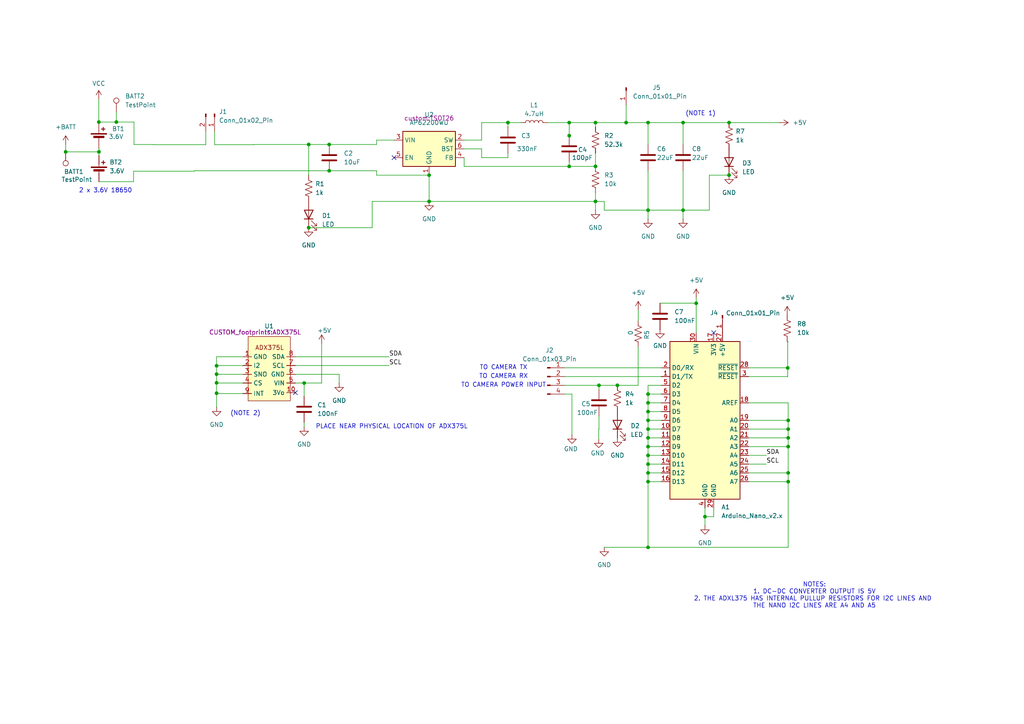
<source format=kicad_sch>
(kicad_sch (version 20231120) (generator "eeschema") (generator_version "8.0")
  (paper "A4")
  (title_block (title "UVR Anduril 2 Camera PCB") (date "2025-02-28") (rev "Rev 2.3") (company "By: Khephren Gould"))
  (lib_symbols
    (symbol "Connector:Conn_01x01_Pin" (pin_names (offset 1.016) hide)
      (property "Reference" "J" (at 0 2.54 0))
      (property "Value" "Conn_01x01_Pin" (at 0 -2.54 0))
      (symbol "Conn_01x01_Pin_1_1"
        (polyline (pts (xy 1.27 0) (xy 0.8636 0)) (stroke (width 0.1524)))
        (rectangle (start 0.8636 0.127) (end 0 -0.127) (stroke (width 0.1524)) (fill (type outline)))
        (pin passive line (at 5.08 0 180) (length 3.81) (name "Pin_1") (number "1"))
      )
    )
    (symbol "Connector:Conn_01x02_Pin" (pin_names (offset 1.016) hide)
      (property "Reference" "J" (at 0 2.54 0))
      (property "Value" "Conn_01x02_Pin" (at 0 -5.08 0))
      (symbol "Conn_01x02_Pin_1_1"
        (polyline (pts (xy 1.27 -2.54) (xy 0.8636 -2.54)) (stroke (width 0.1524)))
        (polyline (pts (xy 1.27 0) (xy 0.8636 0)) (stroke (width 0.1524)))
        (rectangle (start 0.8636 -2.413) (end 0 -2.667) (stroke (width 0.1524)) (fill (type outline)))
        (rectangle (start 0.8636 0.127) (end 0 -0.127) (stroke (width 0.1524)) (fill (type outline)))
        (pin passive line (at 5.08 0 180) (length 3.81) (name "Pin_1") (number "1"))
        (pin passive line (at 5.08 -2.54 180) (length 3.81) (name "Pin_2") (number "2"))
      )
    )
    (symbol "Connector:Conn_01x04_Pin" (pin_names (offset 1.016) hide)
      (property "Reference" "J" (at 0 5.08 0))
      (property "Value" "Conn_01x04_Pin" (at 0 -7.62 0))
      (symbol "Conn_01x04_Pin_1_1"
        (polyline (pts (xy 1.27 -5.08) (xy 0.8636 -5.08)) (stroke (width 0.1524)))
        (polyline (pts (xy 1.27 -2.54) (xy 0.8636 -2.54)) (stroke (width 0.1524)))
        (polyline (pts (xy 1.27 0) (xy 0.8636 0)) (stroke (width 0.1524)))
        (polyline (pts (xy 1.27 2.54) (xy 0.8636 2.54)) (stroke (width 0.1524)))
        (rectangle (start 0.8636 -4.953) (end 0 -5.207) (stroke (width 0.1524)) (fill (type outline)))
        (rectangle (start 0.8636 -2.413) (end 0 -2.667) (stroke (width 0.1524)) (fill (type outline)))
        (rectangle (start 0.8636 0.127) (end 0 -0.127) (stroke (width 0.1524)) (fill (type outline)))
        (rectangle (start 0.8636 2.667) (end 0 2.413) (stroke (width 0.1524)) (fill (type outline)))
        (pin passive line (at 5.08 2.54 180) (length 3.81) (name "Pin_1") (number "1"))
        (pin passive line (at 5.08 0 180) (length 3.81) (name "Pin_2") (number "2"))
        (pin passive line (at 5.08 -2.54 180) (length 3.81) (name "Pin_3") (number "3"))
        (pin passive line (at 5.08 -5.08 180) (length 3.81) (name "Pin_4") (number "4"))
      )
    )
    (symbol "Connector:TestPoint" (pin_numbers hide) (pin_names (offset 0.762) hide)
      (property "Reference" "TP" (at 0 6.858 0))
      (property "Value" "TestPoint" (at 0 5.08 0))
      (symbol "TestPoint_0_1"
        (circle (center 0 3.302) (radius 0.762))
      )
      (symbol "TestPoint_1_1"
        (pin passive line (at 0 0 90) (length 2.54) (name "1") (number "1"))
      )
    )
    (symbol "Device:Battery_Cell" (pin_numbers hide) (pin_names (offset 0) hide)
      (property "Reference" "BT" (at 2.54 2.54 0))
      (property "Value" "Battery_Cell" (at 2.54 0 0))
      (symbol "Battery_Cell_0_1"
        (rectangle (start -2.286 1.778) (end 2.286 1.524) (fill (type outline)))
        (rectangle (start -1.524 1.016) (end 1.524 0.508) (fill (type outline)))
        (polyline (pts (xy 0 0.762) (xy 0 0)))
        (polyline (pts (xy 0 1.778) (xy 0 2.54)))
        (polyline (pts (xy 0.762 3.048) (xy 1.778 3.048)) (stroke (width 0.254)))
        (polyline (pts (xy 1.27 3.556) (xy 1.27 2.54)) (stroke (width 0.254)))
      )
      (symbol "Battery_Cell_1_1"
        (pin passive line (at 0 5.08 270) (length 2.54) (name "+") (number "1"))
        (pin passive line (at 0 -2.54 90) (length 2.54) (name "-") (number "2"))
      )
    )
    (symbol "Device:C" (pin_numbers hide) (pin_names (offset 0.254))
      (property "Reference" "C" (at 0.635 2.54 0))
      (property "Value" "C" (at 0.635 -2.54 0))
      (symbol "C_0_1"
        (polyline (pts (xy -2.032 -0.762) (xy 2.032 -0.762)) (stroke (width 0.508)))
        (polyline (pts (xy -2.032 0.762) (xy 2.032 0.762)) (stroke (width 0.508)))
      )
      (symbol "C_1_1"
        (pin passive line (at 0 3.81 270) (length 2.794) (name "~") (number "1"))
        (pin passive line (at 0 -3.81 90) (length 2.794) (name "~") (number "2"))
      )
    )
    (symbol "Device:L" (pin_numbers hide) (pin_names (offset 1.016) hide)
      (property "Reference" "L" (at -1.27 0 90))
      (property "Value" "L" (at 1.905 0 90))
      (symbol "L_0_1"
        (arc (start 0 -2.54) (mid 0.6323 -1.905) (end 0 -1.27))
        (arc (start 0 -1.27) (mid 0.6323 -0.635) (end 0 0))
        (arc (start 0 0) (mid 0.6323 0.635) (end 0 1.27))
        (arc (start 0 1.27) (mid 0.6323 1.905) (end 0 2.54))
      )
      (symbol "L_1_1"
        (pin passive line (at 0 3.81 270) (length 1.27) (name "1") (number "1"))
        (pin passive line (at 0 -3.81 90) (length 1.27) (name "2") (number "2"))
      )
    )
    (symbol "Device:LED" (pin_numbers hide) (pin_names (offset 1.016) hide)
      (property "Reference" "D" (at 0 2.54 0))
      (property "Value" "LED" (at 0 -2.54 0))
      (symbol "LED_0_1"
        (polyline (pts (xy -1.27 -1.27) (xy -1.27 1.27)) (stroke (width 0.254)))
        (polyline (pts (xy -1.27 0) (xy 1.27 0)))
        (polyline (pts (xy 1.27 -1.27) (xy 1.27 1.27) (xy -1.27 0) (xy 1.27 -1.27)) (stroke (width 0.254)))
        (polyline (pts (xy -3.048 -0.762) (xy -4.572 -2.286) (xy -3.81 -2.286) (xy -4.572 -2.286) (xy -4.572 -1.524)))
        (polyline (pts (xy -1.778 -0.762) (xy -3.302 -2.286) (xy -2.54 -2.286) (xy -3.302 -2.286) (xy -3.302 -1.524)))
      )
      (symbol "LED_1_1"
        (pin passive line (at -3.81 0 0) (length 2.54) (name "K") (number "1"))
        (pin passive line (at 3.81 0 180) (length 2.54) (name "A") (number "2"))
      )
    )
    (symbol "Device:R_US" (pin_numbers hide) (pin_names (offset 0))
      (property "Reference" "R" (at 2.54 0 90))
      (property "Value" "R_US" (at -2.54 0 90))
      (symbol "R_US_0_1"
        (polyline (pts (xy 0 -2.286) (xy 0 -2.54)))
        (polyline (pts (xy 0 2.286) (xy 0 2.54)))
        (polyline (pts (xy 0 -0.762) (xy 1.016 -1.143) (xy 0 -1.524) (xy -1.016 -1.905) (xy 0 -2.286)))
        (polyline (pts (xy 0 0.762) (xy 1.016 0.381) (xy 0 0) (xy -1.016 -0.381) (xy 0 -0.762)))
        (polyline (pts (xy 0 2.286) (xy 1.016 1.905) (xy 0 1.524) (xy -1.016 1.143) (xy 0 0.762)))
      )
      (symbol "R_US_1_1"
        (pin passive line (at 0 3.81 270) (length 1.27) (name "~") (number "1"))
        (pin passive line (at 0 -3.81 90) (length 1.27) (name "~") (number "2"))
      )
    )
    (symbol "GND_1" (power) (pin_numbers hide) (pin_names (offset 0) hide)
      (property "Value" "GND" (at 0 -5.08 0))
      (symbol "GND_1_0_1"
        (polyline (pts (xy 0 0) (xy 0 -1.27) (xy 1.27 -1.27) (xy 0 -2.54) (xy -1.27 -1.27) (xy 0 -1.27)))
      )
      (symbol "GND_1_1_1"
        (pin bidirectional line (at 0 0 270) (length 0) (name "~") (number "1"))
      )
    )
    (symbol "MCU_Module:Arduino_Nano_v2.x"
      (property "Reference" "A1" (at 4.7341 -25.146 0))
      (property "Value" "Arduino_Nano_v2.x" (at 4.7341 -27.686 0))
      (symbol "Arduino_Nano_v2.x_0_1"
        (rectangle (start -10.16 22.86) (end 10.16 -22.86) (stroke (width 0.254)) (fill (type background)))
      )
      (symbol "Arduino_Nano_v2.x_1_1"
        (pin bidirectional line (at -12.7 12.7 0) (length 2.54) (name "D1/TX") (number "1"))
        (pin bidirectional line (at -12.7 -2.54 0) (length 2.54) (name "D7") (number "10"))
        (pin bidirectional line (at -12.7 -5.08 0) (length 2.54) (name "D8") (number "11"))
        (pin bidirectional line (at -12.7 -7.62 0) (length 2.54) (name "D9") (number "12"))
        (pin bidirectional line (at -12.7 -10.16 0) (length 2.54) (name "D10") (number "13"))
        (pin bidirectional line (at -12.7 -12.7 0) (length 2.54) (name "D11") (number "14"))
        (pin bidirectional line (at -12.7 -15.24 0) (length 2.54) (name "D12") (number "15"))
        (pin bidirectional line (at -12.7 -17.78 0) (length 2.54) (name "D13") (number "16"))
        (pin power_out line (at 2.54 25.4 270) (length 2.54) (name "3V3") (number "17"))
        (pin input line (at 12.7 5.08 180) (length 2.54) (name "AREF") (number "18"))
        (pin bidirectional line (at 12.7 0 180) (length 2.54) (name "A0") (number "19"))
        (pin bidirectional line (at -12.7 15.24 0) (length 2.54) (name "D0/RX") (number "2"))
        (pin bidirectional line (at 12.7 -2.54 180) (length 2.54) (name "A1") (number "20"))
        (pin bidirectional line (at 12.7 -5.08 180) (length 2.54) (name "A2") (number "21"))
        (pin bidirectional line (at 12.7 -7.62 180) (length 2.54) (name "A3") (number "22"))
        (pin bidirectional line (at 12.7 -10.16 180) (length 2.54) (name "A4") (number "23"))
        (pin bidirectional line (at 12.7 -12.7 180) (length 2.54) (name "A5") (number "24"))
        (pin bidirectional line (at 12.7 -15.24 180) (length 2.54) (name "A6") (number "25"))
        (pin bidirectional line (at 12.7 -17.78 180) (length 2.54) (name "A7") (number "26"))
        (pin power_out line (at 5.08 25.4 270) (length 2.54) (name "+5V") (number "27"))
        (pin input line (at 12.7 15.24 180) (length 2.54) (name "~{RESET}") (number "28"))
        (pin power_in line (at 2.54 -25.4 90) (length 2.54) (name "GND") (number "29"))
        (pin input line (at 12.7 12.7 180) (length 2.54) (name "~{RESET}") (number "3"))
        (pin bidirectional line (at -2.54 25.4 270) (length 2.54) (name "VIN") (number "30"))
        (pin power_in line (at 0 -25.4 90) (length 2.54) (name "GND") (number "4"))
        (pin bidirectional line (at -12.7 10.16 0) (length 2.54) (name "D2") (number "5"))
        (pin bidirectional line (at -12.7 7.62 0) (length 2.54) (name "D3") (number "6"))
        (pin bidirectional line (at -12.7 5.08 0) (length 2.54) (name "D4") (number "7"))
        (pin bidirectional line (at -12.7 2.54 0) (length 2.54) (name "D5") (number "8"))
        (pin bidirectional line (at -12.7 0 0) (length 2.54) (name "D6") (number "9"))
      )
    )
    (symbol "R_US_1" (pin_numbers hide) (pin_names (offset 0))
      (property "Reference" "R2" (at 2.54 1.2701 0))
      (property "Value" "10k" (at 2.54 -1.2699 0))
      (symbol "R_US_1_0_1"
        (polyline (pts (xy 0 -2.286) (xy 0 -2.54)))
        (polyline (pts (xy 0 2.286) (xy 0 2.54)))
        (polyline (pts (xy 0 -0.762) (xy 1.016 -1.143) (xy 0 -1.524) (xy -1.016 -1.905) (xy 0 -2.286)))
        (polyline (pts (xy 0 0.762) (xy 1.016 0.381) (xy 0 0) (xy -1.016 -0.381) (xy 0 -0.762)))
        (polyline (pts (xy 0 2.286) (xy 1.016 1.905) (xy 0 1.524) (xy -1.016 1.143) (xy 0 0.762)))
      )
      (symbol "R_US_1_1_1"
        (pin passive line (at 0 3.81 270) (length 1.27) (name "~") (number "1"))
        (pin power_out line (at 0 -3.81 90) (length 1.27) (name "~") (number "2"))
      )
    )
    (symbol "Regulator_Switching:AP62250WU"
      (property "Reference" "U2" (at 0 9.906 0))
      (property "Value" "AP62200WU" (at 0 7.62 0))
      (property "Footprint" "custom:TSOT26" (at 0 8.89 0))
      (symbol "AP62250WU_0_1"
        (rectangle (start -7.62 5.08) (end 7.62 -5.08) (stroke (width 0.254)) (fill (type background)))
      )
      (symbol "AP62250WU_1_1"
        (pin bidirectional line (at 0 -7.62 90) (length 2.54) (name "GND") (number "1"))
        (pin output line (at 10.16 2.54 180) (length 2.54) (name "SW") (number "2"))
        (pin bidirectional line (at -10.16 2.54 0) (length 2.54) (name "VIN") (number "3"))
        (pin input line (at 10.16 -2.54 180) (length 2.54) (name "FB") (number "4"))
        (pin passive line (at -10.16 -2.54 0) (length 2.54) (name "EN") (number "5"))
        (pin passive line (at 10.16 0 180) (length 2.54) (name "BST") (number "6"))
      )
    )
    (symbol "Sensor:ADXL375"
      (property "Reference" "U4" (at 0.0127 1.27 0))
      (property "Value" "~" (at 0.0127 0 0))
      (symbol "ADXL375_0_0"
        (pin power_in line (at -7.62 -7.62 0) (length 2.54) (name "GND") (number "1"))
        (pin bidirectional line (at -7.62 -10.16 0) (length 2.54) (name "I2") (number "2"))
        (pin bidirectional line (at -7.62 -12.7 0) (length 2.54) (name "SNO") (number "3"))
        (pin bidirectional line (at -7.62 -15.24 0) (length 2.54) (name "CS") (number "4"))
      )
      (symbol "ADXL375_1_0"
        (pin power_in line (at 7.62 -18.034 180) (length 2.54) (name "3Vo") (number "10"))
        (pin power_in line (at 7.62 -15.24 180) (length 2.54) (name "VIN") (number "5"))
        (pin power_in line (at 7.62 -12.7 180) (length 2.54) (name "GND") (number "6"))
        (pin bidirectional line (at 7.62 -10.16 180) (length 2.54) (name "SCL") (number "7"))
        (pin bidirectional line (at 7.62 -7.62 180) (length 2.54) (name "SDA") (number "8"))
        (pin bidirectional line (at -7.62 -18.288 0) (length 2.54) (name "INT") (number "9"))
      )
      (symbol "ADXL375_1_1"
        (rectangle (start -6.096 -1.778) (end 6.1214 -20.4216) (fill (type background)))
        (text "ADX375L" (at 0.127 -4.953 0) (effects (font (size 1.27 1.27))))
      )
    )
    (symbol "power:+5V" (power) (pin_numbers hide) (pin_names (offset 0) hide)
      (property "Value" "+5V" (at 0 3.556 0))
      (symbol "+5V_0_1"
        (polyline (pts (xy -0.762 1.27) (xy 0 2.54)))
        (polyline (pts (xy 0 0) (xy 0 2.54)))
        (polyline (pts (xy 0 2.54) (xy 0.762 1.27)))
      )
      (symbol "+5V_1_1"
        (pin power_in line (at 0 0 90) (length 0) (name "~") (number "1"))
      )
    )
    (symbol "power:+BATT" (power) (pin_numbers hide) (pin_names (offset 0) hide)
      (property "Value" "+BATT" (at 0 3.556 0))
      (symbol "+BATT_0_1"
        (polyline (pts (xy -0.762 1.27) (xy 0 2.54)))
        (polyline (pts (xy 0 0) (xy 0 2.54)))
        (polyline (pts (xy 0 2.54) (xy 0.762 1.27)))
      )
      (symbol "+BATT_1_1"
        (pin power_in line (at 0 0 90) (length 0) (name "~") (number "1"))
      )
    )
    (symbol "power:GND" (power) (pin_numbers hide) (pin_names (offset 0) hide)
      (property "Value" "GND" (at 0 -3.81 0))
      (symbol "GND_0_1"
        (polyline (pts (xy 0 0) (xy 0 -1.27) (xy 1.27 -1.27) (xy 0 -2.54) (xy -1.27 -1.27) (xy 0 -1.27)))
      )
      (symbol "GND_1_1"
        (pin power_in line (at 0 0 270) (length 0) (name "~") (number "1"))
      )
    )
    (symbol "power:VCC" (power) (pin_numbers hide) (pin_names (offset 0) hide)
      (property "Value" "VCC" (at 0 3.556 0))
      (symbol "VCC_0_1"
        (polyline (pts (xy -0.762 1.27) (xy 0 2.54)))
        (polyline (pts (xy 0 0) (xy 0 2.54)))
        (polyline (pts (xy 0 2.54) (xy 0.762 1.27)))
      )
      (symbol "VCC_1_1"
        (pin power_in line (at 0 0 90) (length 0) (name "~") (number "1"))
      )
    )
  )
  (junction (at 228.6 124.46))
  (junction (at 228.6 137.16))
  (junction (at 187.96 119.38))
  (junction (at 187.96 60.96))
  (junction (at 187.96 134.62))
  (junction (at 165.1 48.26))
  (junction (at 187.96 137.16))
  (junction (at 172.72 35.56))
  (junction (at 187.96 127))
  (junction (at 95.4809 49.53))
  (junction (at 187.96 124.46))
  (junction (at 19.05 44.0508))
  (junction (at 228.473 106.7224))
  (junction (at 33.7541 35.3992))
  (junction (at 62.8142 111.0402))
  (junction (at 62.8142 114.0477))
  (junction (at 187.96 129.54))
  (junction (at 211.455 50.8))
  (junction (at 228.6 121.92))
  (junction (at 173.7281 111.76))
  (junction (at 201.93 87.9576))
  (junction (at 187.96 116.84))
  (junction (at 187.96 35.56))
  (junction (at 124.46 58.42))
  (junction (at 187.96 139.7))
  (junction (at 88.2142 111.0996))
  (junction (at 187.96 121.92))
  (junction (at 228.6 129.54))
  (junction (at 28.6677 35.3992))
  (junction (at 187.96 114.3))
  (junction (at 179.07 111.76))
  (junction (at 187.96 158.75))
  (junction (at 172.72 48.26))
  (junction (at 89.535 41.91))
  (junction (at 62.8142 106.0968))
  (junction (at 28.702 44.0508))
  (junction (at 95.4809 41.91))
  (junction (at 198.12 35.56))
  (junction (at 228.6 127))
  (junction (at 89.535 66.04))
  (junction (at 228.6 139.7))
  (junction (at 62.8142 108.5167))
  (junction (at 211.455 35.56))
  (junction (at 172.72 58.42))
  (junction (at 187.96 132.08))
  (junction (at 198.12 60.96))
  (junction (at 165.1 39.3657))
  (junction (at 124.46 50.8))
  (junction (at 204.47 149.86))
  (junction (at 165.1 35.56))
  (junction (at 147.32 35.56))
  (junction (at 181.61 35.56))
  (no_connect (at 114.3 45.72))
  (no_connect (at 85.6742 113.8936))
  (no_connect (at 207.01 96.52))
  (wire (pts (xy 88.2142 122.5296) (xy 88.2142 123.7996)))
  (wire (pts (xy 185.1152 92.9894) (xy 185.0898 93.0148)))
  (wire (pts (xy 217.17 137.16) (xy 228.6 137.16)))
  (wire (pts (xy 163.83 111.76) (xy 173.7281 111.76)))
  (wire (pts (xy 139.7 35.56) (xy 139.7 40.64)))
  (wire (pts (xy 187.96 127) (xy 187.96 129.54)))
  (wire (pts (xy 173.7281 120.65) (xy 173.7281 124.46)))
  (wire (pts (xy 33.7477 32.4782) (xy 33.7477 35.3928)))
  (wire (pts (xy 62.8736 111.0996) (xy 62.8142 111.0402)))
  (wire (pts (xy 228.6 116.84) (xy 228.6 121.92)))
  (wire (pts (xy 89.535 66.04) (xy 107.95 66.04)))
  (wire (pts (xy 217.17 134.62) (xy 222.25 134.62)))
  (wire (pts (xy 187.96 134.62) (xy 187.96 137.16)))
  (wire (pts (xy 165.8906 114.3) (xy 165.8906 126.0869)))
  (wire (pts (xy 33.7541 35.3992) (xy 38.862 35.3992)))
  (wire (pts (xy 165.1 39.3657) (xy 165.1 39.37)))
  (wire (pts (xy 172.72 55.88) (xy 172.72 58.42)))
  (wire (pts (xy 95.4809 41.91) (xy 109.22 41.91)))
  (wire (pts (xy 181.61 30.48) (xy 181.61 35.56)))
  (wire (pts (xy 175.26 58.42) (xy 172.72 58.42)))
  (wire (pts (xy 98.3742 108.5596) (xy 98.3742 111.0996)))
  (wire (pts (xy 28.6677 43.0192) (xy 28.702 43.0192)))
  (wire (pts (xy 173.7281 111.76) (xy 179.07 111.76)))
  (wire (pts (xy 198.12 60.96) (xy 198.12 63.5)))
  (wire (pts (xy 187.96 119.38) (xy 191.77 119.38)))
  (wire (pts (xy 217.17 106.68) (xy 228.4306 106.68)))
  (wire (pts (xy 187.96 116.84) (xy 191.77 116.84)))
  (wire (pts (xy 187.96 139.7) (xy 187.96 158.75)))
  (wire (pts (xy 204.47 147.32) (xy 204.47 149.86)))
  (wire (pts (xy 28.702 45.085) (xy 28.702 44.0508)))
  (wire (pts (xy 163.83 114.3) (xy 165.8906 114.3)))
  (wire (pts (xy 228.6 137.16) (xy 228.6 139.7)))
  (wire (pts (xy 187.96 35.56) (xy 198.12 35.56)))
  (wire (pts (xy 228.473 109.2454) (xy 228.473 106.7224)))
  (wire (pts (xy 185.0898 100.6348) (xy 185.0898 111.76)))
  (wire (pts (xy 217.17 116.84) (xy 228.6 116.84)))
  (wire (pts (xy 28.702 44.0508) (xy 28.702 43.0192)))
  (wire (pts (xy 112.7506 103.4796) (xy 112.8268 103.5558)))
  (wire (pts (xy 228.6 158.75) (xy 187.96 158.75)))
  (wire (pts (xy 124.46 50.8) (xy 124.46 58.42)))
  (wire (pts (xy 93.2942 99.6696) (xy 93.2942 111.0996)))
  (wire (pts (xy 187.96 49.53) (xy 187.96 60.96)))
  (wire (pts (xy 187.96 124.46) (xy 191.77 124.46)))
  (wire (pts (xy 201.9072 87.9348) (xy 201.93 87.9576)))
  (wire (pts (xy 228.3206 99.0346) (xy 228.3714 99.0346)))
  (wire (pts (xy 139.7 35.56) (xy 147.32 35.56)))
  (wire (pts (xy 134.62 43.18) (xy 139.7 43.18)))
  (wire (pts (xy 217.17 139.7) (xy 228.6 139.7)))
  (wire (pts (xy 158.75 35.56) (xy 165.1 35.56)))
  (wire (pts (xy 70.4342 111.0996) (xy 62.8736 111.0996)))
  (wire (pts (xy 70.4342 106.0196) (xy 62.8914 106.0196)))
  (wire (pts (xy 62.8914 106.0196) (xy 62.8142 106.0968)))
  (wire (pts (xy 198.12 49.53) (xy 198.12 60.96)))
  (wire (pts (xy 187.96 137.16) (xy 191.77 137.16)))
  (wire (pts (xy 62.8142 103.4796) (xy 62.8142 106.0968)))
  (wire (pts (xy 187.96 137.16) (xy 187.96 139.7)))
  (wire (pts (xy 187.96 139.7) (xy 191.77 139.7)))
  (wire (pts (xy 28.649 28.797) (xy 28.649 35.3992)))
  (wire (pts (xy 124.46 58.42) (xy 107.95 58.42)))
  (wire (pts (xy 211.455 50.8) (xy 205.74 50.8)))
  (wire (pts (xy 205.74 60.96) (xy 198.12 60.96)))
  (wire (pts (xy 217.17 129.54) (xy 228.6 129.54)))
  (wire (pts (xy 201.93 87.9576) (xy 201.93 96.52)))
  (wire (pts (xy 187.96 116.84) (xy 187.96 119.38)))
  (wire (pts (xy 139.7 43.18) (xy 139.7 45.72)))
  (wire (pts (xy 201.93 86.36) (xy 201.93 87.9576)))
  (wire (pts (xy 38.862 35.3992) (xy 38.862 41.91)))
  (wire (pts (xy 134.62 40.64) (xy 139.7 40.64)))
  (wire (pts (xy 134.62 48.26) (xy 165.1 48.26)))
  (wire (pts (xy 28.6677 35.3992) (xy 28.649 35.3992)))
  (wire (pts (xy 85.6742 103.4796) (xy 112.7506 103.4796)))
  (wire (pts (xy 112.7506 106.0196) (xy 112.8268 106.0958)))
  (wire (pts (xy 175.26 60.96) (xy 175.26 58.42)))
  (wire (pts (xy 187.96 124.46) (xy 187.96 127)))
  (wire (pts (xy 89.535 41.91) (xy 89.535 50.8)))
  (wire (pts (xy 228.4306 106.68) (xy 228.473 106.7224)))
  (wire (pts (xy 147.32 35.56) (xy 151.13 35.56)))
  (wire (pts (xy 33.7477 35.3928) (xy 33.7541 35.3992)))
  (wire (pts (xy 204.47 149.86) (xy 204.47 152.4)))
  (wire (pts (xy 228.473 99.187) (xy 228.6254 99.1362)))
  (wire (pts (xy 187.96 60.96) (xy 187.96 63.5)))
  (wire (pts (xy 187.96 60.96) (xy 175.26 60.96)))
  (wire (pts (xy 187.96 60.96) (xy 198.12 60.96)))
  (wire (pts (xy 19.05 44.0508) (xy 28.702 44.0508)))
  (wire (pts (xy 109.22 49.53) (xy 109.22 50.8)))
  (wire (pts (xy 56.3589 49.657) (xy 56.3589 49.53)))
  (wire (pts (xy 191.4398 87.9348) (xy 201.9072 87.9348)))
  (wire (pts (xy 187.96 114.3) (xy 191.77 114.3)))
  (wire (pts (xy 38.735 49.657) (xy 56.3589 49.657)))
  (wire (pts (xy 187.96 129.54) (xy 187.96 132.08)))
  (wire (pts (xy 38.862 41.91) (xy 44.4754 41.91)))
  (wire (pts (xy 175.26 158.75) (xy 187.96 158.75)))
  (wire (pts (xy 165.1 35.56) (xy 172.72 35.56)))
  (wire (pts (xy 217.17 127) (xy 228.6 127)))
  (wire (pts (xy 187.96 127) (xy 191.77 127)))
  (wire (pts (xy 217.17 121.92) (xy 228.6 121.92)))
  (wire (pts (xy 88.2142 111.0996) (xy 93.2942 111.0996)))
  (wire (pts (xy 109.22 40.64) (xy 114.3 40.64)))
  (wire (pts (xy 173.6598 124.46) (xy 173.7281 124.46)))
  (wire (pts (xy 165.1 48.26) (xy 172.72 48.26)))
  (wire (pts (xy 198.12 35.56) (xy 198.12 41.91)))
  (wire (pts (xy 163.83 106.68) (xy 191.77 106.68)))
  (wire (pts (xy 139.7 45.72) (xy 147.32 45.72)))
  (wire (pts (xy 28.702 52.705) (xy 38.735 52.705)))
  (wire (pts (xy 187.96 129.54) (xy 191.77 129.54)))
  (wire (pts (xy 85.6742 106.0196) (xy 112.7506 106.0196)))
  (wire (pts (xy 59.69 38.1) (xy 59.69 41.9608)))
  (wire (pts (xy 187.96 121.92) (xy 187.96 124.46)))
  (wire (pts (xy 109.22 50.8) (xy 124.46 50.8)))
  (wire (pts (xy 95.4809 41.91) (xy 95.5113 41.9404)))
  (wire (pts (xy 228.4476 109.22) (xy 228.473 109.2454)))
  (wire (pts (xy 181.61 35.56) (xy 187.96 35.56)))
  (wire (pts (xy 85.6742 108.5596) (xy 98.3742 108.5596)))
  (wire (pts (xy 205.74 50.8) (xy 205.74 60.96)))
  (wire (pts (xy 217.17 109.22) (xy 228.4476 109.22)))
  (wire (pts (xy 172.72 35.56) (xy 181.61 35.56)))
  (wire (pts (xy 62.8571 108.5596) (xy 62.8142 108.5167)))
  (wire (pts (xy 38.735 52.705) (xy 38.735 49.657)))
  (wire (pts (xy 85.6742 111.0996) (xy 88.2142 111.0996)))
  (wire (pts (xy 217.17 132.08) (xy 222.25 132.08)))
  (wire (pts (xy 228.4222 99.1362) (xy 228.3714 99.0346)))
  (wire (pts (xy 228.473 106.7224) (xy 228.473 99.187)))
  (wire (pts (xy 70.4342 114.1476) (xy 62.9141 114.1476)))
  (wire (pts (xy 173.7281 111.76) (xy 173.7281 113.03)))
  (wire (pts (xy 191.77 111.76) (xy 187.96 111.76)))
  (wire (pts (xy 147.32 44.45) (xy 147.32 45.72)))
  (wire (pts (xy 147.32 35.56) (xy 147.32 36.83)))
  (wire (pts (xy 95.4809 49.53) (xy 109.22 49.53)))
  (wire (pts (xy 88.2142 111.0996) (xy 88.2142 114.9096)))
  (wire (pts (xy 62.8142 114.0477) (xy 62.8142 118.0592)))
  (wire (pts (xy 134.62 45.72) (xy 134.62 48.26)))
  (wire (pts (xy 165.1 46.9857) (xy 165.1 48.26)))
  (wire (pts (xy 62.23 41.9608) (xy 73.6092 41.9608)))
  (wire (pts (xy 62.9141 114.1476) (xy 62.8142 114.0477)))
  (wire (pts (xy 187.96 111.76) (xy 187.96 114.3)))
  (wire (pts (xy 56.3589 49.53) (xy 95.4809 49.53)))
  (wire (pts (xy 228.6 121.92) (xy 228.6 124.46)))
  (wire (pts (xy 89.535 41.91) (xy 95.4809 41.91)))
  (wire (pts (xy 228.6 139.7) (xy 228.6 158.75)))
  (wire (pts (xy 217.17 124.46) (xy 228.6 124.46)))
  (wire (pts (xy 198.12 35.56) (xy 211.455 35.56)))
  (wire (pts (xy 107.95 58.42) (xy 107.95 66.04)))
  (wire (pts (xy 207.01 147.32) (xy 207.01 149.86)))
  (wire (pts (xy 95.4809 49.53) (xy 95.5113 49.5604)))
  (wire (pts (xy 185.0898 111.76) (xy 179.07 111.76)))
  (wire (pts (xy 228.6254 99.1362) (xy 228.4222 99.1362)))
  (wire (pts (xy 62.8142 106.0968) (xy 62.8142 108.5167)))
  (wire (pts (xy 187.96 134.62) (xy 191.77 134.62)))
  (wire (pts (xy 187.96 132.08) (xy 187.96 134.62)))
  (wire (pts (xy 228.6 127) (xy 228.6 129.54)))
  (wire (pts (xy 28.6677 35.3992) (xy 33.7541 35.3992)))
  (wire (pts (xy 204.47 149.86) (xy 207.01 149.86)))
  (wire (pts (xy 187.96 121.92) (xy 191.77 121.92)))
  (wire (pts (xy 228.6 129.54) (xy 228.6 137.16)))
  (wire (pts (xy 187.96 114.3) (xy 187.96 116.84)))
  (wire (pts (xy 185.1152 89.9668) (xy 185.1152 92.9894)))
  (wire (pts (xy 70.4342 108.5596) (xy 62.8571 108.5596)))
  (wire (pts (xy 124.46 58.42) (xy 172.72 58.42)))
  (wire (pts (xy 211.455 35.56) (xy 226.06 35.56)))
  (wire (pts (xy 62.23 38.1) (xy 62.23 41.9608)))
  (wire (pts (xy 44.4754 41.91) (xy 44.5262 41.9608)))
  (wire (pts (xy 109.22 40.64) (xy 109.22 41.91)))
  (wire (pts (xy 187.96 132.08) (xy 191.77 132.08)))
  (wire (pts (xy 187.96 119.38) (xy 187.96 121.92)))
  (wire (pts (xy 73.66 41.91) (xy 89.535 41.91)))
  (wire (pts (xy 59.69 41.9608) (xy 44.5262 41.9608)))
  (wire (pts (xy 165.1 35.56) (xy 165.1 39.3657)))
  (wire (pts (xy 19.05 41.91) (xy 19.05 44.0508)))
  (wire (pts (xy 173.6598 127.3048) (xy 173.6598 124.46)))
  (wire (pts (xy 228.6 124.46) (xy 228.6 127)))
  (wire (pts (xy 172.72 44.45) (xy 172.72 48.26)))
  (wire (pts (xy 172.72 35.56) (xy 172.72 36.83)))
  (wire (pts (xy 62.8142 103.4796) (xy 70.4342 103.4796)))
  (wire (pts (xy 187.96 35.56) (xy 187.96 41.91)))
  (wire (pts (xy 73.6092 41.9608) (xy 73.66 41.91)))
  (wire (pts (xy 62.8142 108.5167) (xy 62.8142 111.0402)))
  (wire (pts (xy 163.83 109.22) (xy 191.77 109.22)))
  (wire (pts (xy 62.8142 118.0592) (xy 62.8396 118.0846)))
  (wire (pts (xy 172.72 58.42) (xy 172.72 60.96)))
  (wire (pts (xy 62.8142 111.0402) (xy 62.8142 114.0477)))
  (text "NOTES:\n1. DC-DC CONVERTER OUTPUT IS 5V\n2. THE ADXL375 HAS INTERNAL PULLUP RESISTORS FOR I2C LINES AND \nTHE NANO I2C LINES ARE A4 AND A5" (at 236.22 172.72 0) (effects (font (size 1.27 1.27))))
  (text "TO CAMERA POWER INPUT" (at 146.05 111.76 0) (effects (font (size 1.27 1.27))))
  (text "2 x 3.6V 18650" (at 30.607 55.372 0) (effects (font (size 1.27 1.27))))
  (text "PLACE NEAR PHYSICAL LOCATION OF ADX375L" (at 113.6142 123.7996 0) (effects (font (size 1.27 1.27))))
  (text "TO CAMERA RX" (at 146.05 109.22 0) (effects (font (size 1.27 1.27))))
  (text "TO CAMERA TX" (at 146.05 106.68 0) (effects (font (size 1.27 1.27))))
  (text "(NOTE 2)" (at 71.1962 119.9896 0) (effects (font (size 1.27 1.27))))
  (text "(NOTE 1)" (at 203.2 33.02 0) (effects (font (size 1.27 1.27))))
  (label "SCL" (at 112.8268 106.0958 0))
  (label "SCL" (at 222.25 134.62 0))
  (label "SDA" (at 112.8268 103.5558 0))
  (label "SDA" (at 222.25 132.08 0))
  (symbol (lib_id "Device:C") (at 165.1 43.1757 0) (unit 1)
    (property "Reference" "C4" (at 167.64 43.434 0) (effects (justify left)))
    (property "Value" "100pF" (at 165.862 45.72 0) (effects (justify left)))
    (property "Footprint" "Capacitor_SMD:C_0603_1608Metric_Pad1.08x0.95mm_HandSolder" (effects (hide yes)))
    (property "Description" "Unpolarized capacitor" (effects (hide yes)))
  )
  (symbol (lib_id "power:GND") (at 175.26 158.75 0) (unit 1)
    (property "Reference" "#PWR014" (effects (hide yes)))
    (property "Value" "GND" (at 175.26 163.83 0))
    (property "Description" "Power symbol creates a global label with name \"GND\" , ground" (effects (hide yes)))
  )
  (symbol (lib_id "Device:R_US") (at 185.0898 96.8248 0) (unit 1)
    (property "Reference" "R5" (at 187.6044 98.4758 90) (effects (justify left)))
    (property "Value" "0" (at 182.88 97.2312 90) (effects (justify left)))
    (property "Footprint" "Resistor_SMD:R_0402_1005Metric_Pad0.72x0.64mm_HandSolder" (effects (hide yes)))
    (property "Description" "Resistor, US symbol" (effects (hide yes)))
  )
  (symbol (lib_id "power:GND") (at 172.72 60.96 0) (unit 1)
    (property "Reference" "#PWR010" (effects (hide yes)))
    (property "Value" "GND" (at 172.72 66.04 0))
    (property "Description" "Power symbol creates a global label with name \"GND\" , ground" (effects (hide yes)))
  )
  (symbol (lib_id "MCU_Module:Arduino_Nano_v2.x") (at 204.47 121.92 0) (unit 1)
    (property "Reference" "A1" (at 209.2041 147.066 0) (effects (justify left)))
    (property "Value" "Arduino_Nano_v2.x" (at 209.2041 149.606 0) (effects (justify left)))
    (property "Footprint" "Module:Arduino_Nano" (effects (hide yes)))
    (property "Datasheet" "https://www.arduino.cc/en/uploads/Main/ArduinoNanoManual23.pdf" (effects (hide yes)))
    (property "Description" "Arduino Nano v2.x" (effects (hide yes)))
  )
  (symbol (lib_id "Device:C") (at 95.5113 45.7504 0) (unit 1)
    (property "Reference" "C2" (at 99.695 44.4803 0) (effects (justify left)))
    (property "Value" "10uF" (at 99.695 47.0203 0) (effects (justify left)))
    (property "Footprint" "Capacitor_SMD:C_0805_2012Metric_Pad1.18x1.45mm_HandSolder" (effects (hide yes)))
    (property "Description" "Unpolarized capacitor" (effects (hide yes)))
  )
  (symbol (lib_id "Connector:TestPoint") (at 19.05 44.0508 180) (unit 1)
    (property "Reference" "BATT1" (at 18.542 49.784 0) (effects (justify right)))
    (property "Value" "TestPoint" (at 17.78 52.07 0) (effects (justify right)))
    (property "Footprint" "TestPoint:TestPoint_Pad_D2.0mm" (effects (hide yes)))
    (property "Description" "test point" (effects (hide yes)))
  )
  (symbol (lib_id "Device:C") (at 198.12 45.72 0) (unit 1)
    (property "Reference" "C8" (at 200.66 43.18 0) (effects (justify left)))
    (property "Value" "22uF" (at 200.66 45.72 0) (effects (justify left)))
    (property "Footprint" "Capacitor_SMD:C_0402_1005Metric_Pad0.74x0.62mm_HandSolder" (effects (hide yes)))
    (property "Description" "Unpolarized capacitor" (effects (hide yes)))
  )
  (symbol (lib_name "R_US_1") (lib_id "Device:R_US") (at 172.72 52.07 0) (unit 1)
    (property "Reference" "R3" (at 175.26 50.7999 0) (effects (justify left)))
    (property "Value" "10k" (at 175.26 53.3399 0) (effects (justify left)))
    (property "Footprint" "Resistor_SMD:R_0603_1608Metric_Pad0.98x0.95mm_HandSolder" (effects (hide yes)))
    (property "Description" "Resistor, US symbol" (effects (hide yes)))
  )
  (symbol (lib_id "power:+5V") (at 226.06 35.56 270) (unit 1)
    (property "Reference" "#PWR023" (effects (hide yes)))
    (property "Value" "+5V" (at 229.87 35.5599 90) (effects (justify left)))
    (property "Description" "Power symbol creates a global label with name \"+5V\"" (effects (hide yes)))
  )
  (symbol (lib_id "Device:C") (at 191.4398 91.7448 180) (unit 1)
    (property "Reference" "C7" (at 195.58 90.4747 0) (effects (justify right)))
    (property "Value" "100nF" (at 195.58 93.0147 0) (effects (justify right)))
    (property "Footprint" "Capacitor_SMD:C_0402_1005Metric_Pad0.74x0.62mm_HandSolder" (effects (hide yes)))
    (property "Description" "Unpolarized capacitor" (effects (hide yes)))
  )
  (symbol (lib_id "Regulator_Switching:AP62250WU") (at 124.46 43.18 0) (unit 1)
    (property "Reference" "U2" (at 124.46 33.274 0))
    (property "Value" "AP62200WU" (at 124.46 35.56 0))
    (property "Footprint" "custom:TSOT26" (at 124.46 34.29 0))
    (property "Datasheet" "https://www.diodes.com/assets/Datasheets/AP62250.pdf" (effects (hide yes)))
    (property "Description" "2.5A, 1.3MHz Buck DC/DC Converter, 4.2V-18V input voltage, 0.8V-7V adjustable output voltage, TSOT-23-6" (effects (hide yes)))
  )
  (symbol (lib_id "power:+BATT") (at 19.05 41.91 0) (unit 1)
    (property "Reference" "#PWR01" (effects (hide yes)))
    (property "Value" "+BATT" (at 19.05 36.83 0))
    (property "Description" "Power symbol creates a global label with name \"+BATT\"" (effects (hide yes)))
  )
  (symbol (lib_id "power:GND") (at 62.8396 118.0846 0) (unit 1)
    (property "Reference" "#PWR03" (effects (hide yes)))
    (property "Value" "GND" (at 62.8396 123.1646 0))
    (property "Description" "Power symbol creates a global label with name \"GND\" , ground" (effects (hide yes)))
  )
  (symbol (lib_id "Device:Battery_Cell") (at 28.6677 40.4792 0) (unit 1)
    (property "Reference" "BT1" (at 32.4777 37.3676 0) (effects (justify left)))
    (property "Value" "3.6V" (at 31.496 39.624 0) (effects (justify left)))
    (property "Footprint" "CUSTOM_footprints:BatteryClip_Keystone_54_D16-19mm" (effects (hide yes)))
    (property "Description" "Single-cell battery" (effects (hide yes)))
  )
  (symbol (lib_id "power:GND") (at 198.12 63.5 0) (unit 1)
    (property "Reference" "#PWR018" (effects (hide yes)))
    (property "Value" "GND" (at 198.12 68.58 0))
    (property "Description" "Power symbol creates a global label with name \"GND\" , ground" (effects (hide yes)))
  )
  (symbol (lib_id "Device:C") (at 173.7281 116.84 0) (unit 1)
    (property "Reference" "C5" (at 168.5798 117.1448 0) (effects (justify left)))
    (property "Value" "100nF" (at 167.3098 119.6848 0) (effects (justify left)))
    (property "Footprint" "Capacitor_SMD:C_0402_1005Metric_Pad0.74x0.62mm_HandSolder" (effects (hide yes)))
    (property "Description" "Unpolarized capacitor" (effects (hide yes)))
  )
  (symbol (lib_id "power:GND") (at 191.4398 95.5548 0) (unit 1)
    (property "Reference" "#PWR016" (effects (hide yes)))
    (property "Value" "GND" (at 191.4398 100.2792 0))
    (property "Description" "Power symbol creates a global label with name \"GND\" , ground" (effects (hide yes)))
  )
  (symbol (lib_id "Device:R_US") (at 172.72 40.64 0) (unit 1)
    (property "Reference" "R2" (at 175.26 39.3699 0) (effects (justify left)))
    (property "Value" "52.3k" (at 175.26 41.9099 0) (effects (justify left)))
    (property "Footprint" "Resistor_SMD:R_0402_1005Metric_Pad0.72x0.64mm_HandSolder" (effects (hide yes)))
    (property "Description" "Resistor, US symbol" (effects (hide yes)))
  )
  (symbol (lib_name "GND_1") (lib_id "power:GND") (at 124.46 58.42 0) (unit 1)
    (property "Reference" "#PWR08" (effects (hide yes)))
    (property "Value" "GND" (at 124.46 63.5 0))
    (property "Description" "Power symbol creates a global label with name \"GND\" , ground" (effects (hide yes)))
  )
  (symbol (lib_id "Device:LED") (at 179.07 123.19 90) (unit 1)
    (property "Reference" "D2" (at 182.88 123.5074 90) (effects (justify right)))
    (property "Value" "LED" (at 182.88 126.0474 90) (effects (justify right)))
    (property "Footprint" "LED_SMD:LED_0603_1608Metric_Pad1.05x0.95mm_HandSolder" (effects (hide yes)))
    (property "Description" "Light emitting diode" (effects (hide yes)))
  )
  (symbol (lib_id "Device:LED") (at 211.455 46.99 90) (unit 1)
    (property "Reference" "D3" (at 215.265 47.3074 90) (effects (justify right)))
    (property "Value" "LED" (at 215.265 49.8474 90) (effects (justify right)))
    (property "Footprint" "LED_SMD:LED_0603_1608Metric_Pad1.05x0.95mm_HandSolder" (effects (hide yes)))
    (property "Description" "Light emitting diode" (effects (hide yes)))
  )
  (symbol (lib_name "GND_1") (lib_id "power:GND") (at 211.455 50.8 0) (unit 1)
    (property "Reference" "#PWR022" (effects (hide yes)))
    (property "Value" "GND" (at 211.455 55.88 0))
    (property "Description" "Power symbol creates a global label with name \"GND\" , ground" (effects (hide yes)))
  )
  (symbol (lib_id "Connector:TestPoint") (at 33.7477 32.4782 0) (unit 1)
    (property "Reference" "BATT2" (at 36.2877 27.9061 0) (effects (justify left)))
    (property "Value" "TestPoint" (at 36.2877 30.4461 0) (effects (justify left)))
    (property "Footprint" "TestPoint:TestPoint_Pad_D2.0mm" (effects (hide yes)))
    (property "Description" "test point" (effects (hide yes)))
  )
  (symbol (lib_id "Connector:Conn_01x01_Pin") (at 209.55 91.44 270) (unit 1)
    (property "Reference" "J4" (at 205.9178 90.7288 90) (effects (justify left)))
    (property "Value" "Conn_01x01_Pin" (at 210.5406 90.805 90) (effects (justify left)))
    (property "Footprint" "custom:mouonting_hole" (effects (hide yes)))
    (property "Description" "Generic connector, single row, 01x01, script generated" (effects (hide yes)))
  )
  (symbol (lib_name "R_US_1") (lib_id "Device:R_US") (at 89.535 54.61 0) (unit 1)
    (property "Reference" "R1" (at 91.44 53.3399 0) (effects (justify left)))
    (property "Value" "1k" (at 91.44 55.8799 0) (effects (justify left)))
    (property "Footprint" "Resistor_SMD:R_0402_1005Metric_Pad0.72x0.64mm_HandSolder" (effects (hide yes)))
    (property "Description" "Resistor, US symbol" (effects (hide yes)))
  )
  (symbol (lib_id "power:VCC") (at 28.649 28.797 0) (unit 1)
    (property "Reference" "#PWR02" (effects (hide yes)))
    (property "Value" "VCC" (at 28.649 24.2174 0))
    (property "Description" "Power symbol creates a global label with name \"VCC\"" (effects (hide yes)))
  )
  (symbol (lib_id "power:GND") (at 187.96 63.5 0) (unit 1)
    (property "Reference" "#PWR015" (effects (hide yes)))
    (property "Value" "GND" (at 187.96 68.58 0))
    (property "Description" "Power symbol creates a global label with name \"GND\" , ground" (effects (hide yes)))
  )
  (symbol (lib_id "power:+5V") (at 93.2942 99.6696 0) (unit 1)
    (property "Reference" "#PWR06" (effects (hide yes)))
    (property "Value" "+5V" (at 94.0562 95.8596 0))
    (property "Description" "Power symbol creates a global label with name \"+5V\"" (effects (hide yes)))
  )
  (symbol (lib_id "Device:C") (at 187.96 45.72 0) (unit 1)
    (property "Reference" "C6" (at 190.5 43.18 0) (effects (justify left)))
    (property "Value" "22uF" (at 190.5 45.72 0) (effects (justify left)))
    (property "Footprint" "Capacitor_SMD:C_0402_1005Metric_Pad0.74x0.62mm_HandSolder" (effects (hide yes)))
    (property "Description" "Unpolarized capacitor" (effects (hide yes)))
  )
  (symbol (lib_id "power:GND") (at 204.47 152.4 0) (unit 1)
    (property "Reference" "#PWR020" (effects (hide yes)))
    (property "Value" "GND" (at 204.47 157.48 0))
    (property "Description" "Power symbol creates a global label with name \"GND\" , ground" (effects (hide yes)))
  )
  (symbol (lib_id "Device:Battery_Cell") (at 28.702 50.165 0) (unit 1)
    (property "Reference" "BT2" (at 31.75 47.0534 0) (effects (justify left)))
    (property "Value" "3.6V" (at 31.75 49.5934 0) (effects (justify left)))
    (property "Footprint" "CUSTOM_footprints:BatteryClip_Keystone_54_D16-19mm" (effects (hide yes)))
    (property "Description" "Single-cell battery" (effects (hide yes)))
  )
  (symbol (lib_id "Connector:Conn_01x01_Pin") (at 181.61 25.4 270) (unit 1)
    (property "Reference" "J5" (at 189.23 25.4 90) (effects (justify left)))
    (property "Value" "Conn_01x01_Pin" (at 183.515 27.94 90) (effects (justify left)))
    (property "Footprint" "Connector_PinHeader_1.00mm:PinHeader_1x01_P1.00mm_Vertical" (effects (hide yes)))
    (property "Description" "Generic connector, single row, 01x01, script generated" (effects (hide yes)))
  )
  (symbol (lib_id "Connector:Conn_01x02_Pin") (at 62.23 33.02 270) (unit 1)
    (property "Reference" "J1" (at 63.5 32.3849 90) (effects (justify left)))
    (property "Value" "Conn_01x02_Pin" (at 63.5 34.9249 90) (effects (justify left)))
    (property "Footprint" "Connector_JST:JST_XH_B2B-XH-A_1x02_P2.50mm_Vertical" (effects (hide yes)))
    (property "Description" "Generic connector, single row, 01x02, script generated" (effects (hide yes)))
  )
  (symbol (lib_name "R_US_1") (lib_id "Device:R_US") (at 228.3206 95.2246 0) (unit 1)
    (property "Reference" "R8" (at 231.14 93.9545 0) (effects (justify left)))
    (property "Value" "10k" (at 231.14 96.4945 0) (effects (justify left)))
    (property "Footprint" "Resistor_SMD:R_0603_1608Metric_Pad0.98x0.95mm_HandSolder" (effects (hide yes)))
    (property "Description" "Resistor, US symbol" (effects (hide yes)))
  )
  (symbol (lib_id "power:GND") (at 88.2142 123.7996 0) (unit 1)
    (property "Reference" "#PWR04" (effects (hide yes)))
    (property "Value" "GND" (at 88.2142 128.8796 0))
    (property "Description" "Power symbol creates a global label with name \"GND\" , ground" (effects (hide yes)))
  )
  (symbol (lib_name "R_US_1") (lib_id "Device:R_US") (at 179.07 115.57 0) (unit 1)
    (property "Reference" "R4" (at 181.2798 114.2999 0) (effects (justify left)))
    (property "Value" "1k" (at 181.2798 116.8399 0) (effects (justify left)))
    (property "Footprint" "Resistor_SMD:R_0402_1005Metric_Pad0.72x0.64mm_HandSolder" (effects (hide yes)))
    (property "Description" "Resistor, US symbol" (effects (hide yes)))
  )
  (symbol (lib_id "Device:C") (at 147.32 40.64 0) (unit 1)
    (property "Reference" "C3" (at 151.13 39.3699 0) (effects (justify left)))
    (property "Value" "330nF" (at 149.86 43.18 0) (effects (justify left)))
    (property "Footprint" "Capacitor_SMD:C_0805_2012Metric_Pad1.18x1.45mm_HandSolder" (effects (hide yes)))
    (property "Description" "Unpolarized capacitor" (effects (hide yes)))
  )
  (symbol (lib_id "power:+5V") (at 185.1152 89.9668 0) (unit 1)
    (property "Reference" "#PWR013" (effects (hide yes)))
    (property "Value" "+5V" (at 185.1152 84.8868 0))
    (property "Description" "Power symbol creates a global label with name \"+5V\"" (effects (hide yes)))
  )
  (symbol (lib_name "GND_1") (lib_id "power:GND") (at 89.535 66.04 0) (unit 1)
    (property "Reference" "#PWR05" (effects (hide yes)))
    (property "Value" "GND" (at 89.535 71.12 0))
    (property "Description" "Power symbol creates a global label with name \"GND\" , ground" (effects (hide yes)))
  )
  (symbol (lib_id "power:GND") (at 165.8906 126.0869 0) (unit 1)
    (property "Reference" "#PWR09" (effects (hide yes)))
    (property "Value" "GND" (at 165.5683 130.2017 0))
    (property "Description" "Power symbol creates a global label with name \"GND\" , ground" (effects (hide yes)))
  )
  (symbol (lib_id "power:+5V") (at 228.3206 91.4146 0) (unit 1)
    (property "Reference" "#PWR024" (effects (hide yes)))
    (property "Value" "+5V" (at 228.3206 86.3346 0))
    (property "Description" "Power symbol creates a global label with name \"+5V\"" (effects (hide yes)))
  )
  (symbol (lib_id "Sensor:ADXL375") (at 78.0542 95.8596 0) (unit 1)
    (property "Reference" "U1" (at 78.0669 94.5896 0))
    (property "Value" "~" (at 78.0669 95.8596 0))
    (property "Footprint" "CUSTOM_footprints:ADX375L" (at 73.9902 96.3676 0))
  )
  (symbol (lib_id "Device:L") (at 154.94 35.56 90) (unit 1)
    (property "Reference" "L1" (at 154.94 30.48 90))
    (property "Value" "4.7uH" (at 154.94 33.02 90))
    (property "Footprint" "Inductor_SMD:BOURNS_SRN5040_CUSTOM" (effects (hide yes)))
    (property "Description" "Inductor" (effects (hide yes)))
  )
  (symbol (lib_id "power:GND") (at 98.3742 111.0996 0) (unit 1)
    (property "Reference" "#PWR07" (effects (hide yes)))
    (property "Value" "GND" (at 98.3742 116.1796 0))
    (property "Description" "Power symbol creates a global label with name \"GND\" , ground" (effects (hide yes)))
  )
  (symbol (lib_id "power:+5V") (at 201.93 86.36 0) (unit 1)
    (property "Reference" "#PWR019" (effects (hide yes)))
    (property "Value" "+5V" (at 201.93 81.28 0))
    (property "Description" "Power symbol creates a global label with name \"+5V\"" (effects (hide yes)))
  )
  (symbol (lib_id "Connector:Conn_01x04_Pin") (at 158.75 109.22 0) (unit 1)
    (property "Reference" "J2" (at 159.385 101.6 0))
    (property "Value" "Conn_01x03_Pin" (at 159.385 104.14 0))
    (property "Footprint" "Connector_JST:JST_XH_B4B-XH-A_1x04_P2.50mm_Vertical" (effects (hide yes)))
    (property "Description" "Generic connector, single row, 01x04, script generated" (effects (hide yes)))
  )
  (symbol (lib_id "Device:LED") (at 89.535 62.23 90) (unit 1)
    (property "Reference" "D1" (at 93.345 62.5474 90) (effects (justify right)))
    (property "Value" "LED" (at 93.345 65.0874 90) (effects (justify right)))
    (property "Footprint" "LED_SMD:LED_0603_1608Metric_Pad1.05x0.95mm_HandSolder" (effects (hide yes)))
    (property "Description" "Light emitting diode" (effects (hide yes)))
  )
  (symbol (lib_id "power:GND") (at 173.6598 127.3048 0) (unit 1)
    (property "Reference" "#PWR011" (effects (hide yes)))
    (property "Value" "GND" (at 173.3375 131.4196 0))
    (property "Description" "Power symbol creates a global label with name \"GND\" , ground" (effects (hide yes)))
  )
  (symbol (lib_name "GND_1") (lib_id "power:GND") (at 179.07 127 0) (unit 1)
    (property "Reference" "#PWR012" (effects (hide yes)))
    (property "Value" "GND" (at 179.07 132.08 0))
    (property "Description" "Power symbol creates a global label with name \"GND\" , ground" (effects (hide yes)))
  )
  (symbol (lib_id "Device:C") (at 88.2142 118.7196 0) (unit 1)
    (property "Reference" "C1" (at 92.0242 117.4495 0) (effects (justify left)))
    (property "Value" "100nF" (at 92.0242 119.9895 0) (effects (justify left)))
    (property "Footprint" "Capacitor_SMD:C_0402_1005Metric_Pad0.74x0.62mm_HandSolder" (effects (hide yes)))
    (property "Description" "Unpolarized capacitor" (effects (hide yes)))
  )
  (symbol (lib_name "R_US_1") (lib_id "Device:R_US") (at 211.455 39.37 0) (unit 1)
    (property "Reference" "R7" (at 213.36 38.0999 0) (effects (justify left)))
    (property "Value" "1k" (at 213.36 40.6399 0) (effects (justify left)))
    (property "Footprint" "Resistor_SMD:R_0402_1005Metric_Pad0.72x0.64mm_HandSolder" (effects (hide yes)))
    (property "Description" "Resistor, US symbol" (effects (hide yes)))
  )
)
</source>
